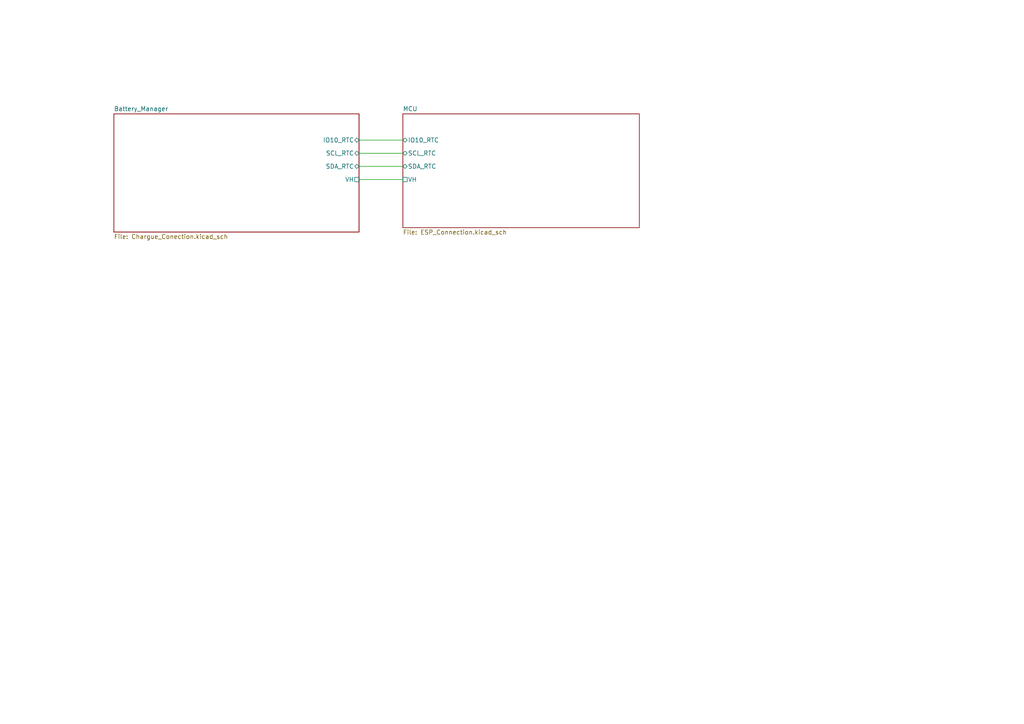
<source format=kicad_sch>
(kicad_sch
	(version 20250114)
	(generator "eeschema")
	(generator_version "9.0")
	(uuid "a11d19fb-adaf-4f3b-a4a7-7109d6eb9817")
	(paper "A4")
	(lib_symbols)
	(wire
		(pts
			(xy 104.14 48.26) (xy 116.84 48.26)
		)
		(stroke
			(width 0)
			(type default)
		)
		(uuid "03d6cd0c-80ee-4984-a161-59dd9b41451c")
	)
	(wire
		(pts
			(xy 104.14 44.45) (xy 116.84 44.45)
		)
		(stroke
			(width 0)
			(type default)
		)
		(uuid "6479a9ac-e773-459d-976a-66a571de0c94")
	)
	(wire
		(pts
			(xy 104.14 40.64) (xy 116.84 40.64)
		)
		(stroke
			(width 0)
			(type default)
		)
		(uuid "e66cfab1-7f06-440d-a3dd-e4b1f96aad74")
	)
	(wire
		(pts
			(xy 104.14 52.07) (xy 116.84 52.07)
		)
		(stroke
			(width 0)
			(type default)
		)
		(uuid "e70a869e-650b-450a-90de-a9982150fafe")
	)
	(sheet
		(at 116.84 33.02)
		(size 68.58 33.02)
		(exclude_from_sim no)
		(in_bom yes)
		(on_board yes)
		(dnp no)
		(fields_autoplaced yes)
		(stroke
			(width 0.1524)
			(type solid)
		)
		(fill
			(color 0 0 0 0.0000)
		)
		(uuid "037e7566-7b48-4418-9eeb-90142a44aaa5")
		(property "Sheetname" "MCU"
			(at 116.84 32.3084 0)
			(effects
				(font
					(size 1.27 1.27)
				)
				(justify left bottom)
			)
		)
		(property "Sheetfile" "ESP_Connection.kicad_sch"
			(at 116.84 66.6246 0)
			(effects
				(font
					(size 1.27 1.27)
				)
				(justify left top)
			)
		)
		(pin "IO10_RTC" bidirectional
			(at 116.84 40.64 180)
			(uuid "5c11a3ea-b22c-4ef3-a7b4-c2d3e43fa6a5")
			(effects
				(font
					(size 1.27 1.27)
				)
				(justify left)
			)
		)
		(pin "SCL_RTC" bidirectional
			(at 116.84 44.45 180)
			(uuid "2e34dfbe-10c1-42ff-9a31-4558c0c9008d")
			(effects
				(font
					(size 1.27 1.27)
				)
				(justify left)
			)
		)
		(pin "SDA_RTC" bidirectional
			(at 116.84 48.26 180)
			(uuid "60d665fa-a07b-4699-abca-41bb5f158f80")
			(effects
				(font
					(size 1.27 1.27)
				)
				(justify left)
			)
		)
		(pin "VH" passive
			(at 116.84 52.07 180)
			(uuid "a0cf15f9-4e34-4cf7-ba5b-3aa4b4294146")
			(effects
				(font
					(size 1.27 1.27)
				)
				(justify left)
			)
		)
		(instances
			(project "Male_project"
				(path "/a11d19fb-adaf-4f3b-a4a7-7109d6eb9817"
					(page "2")
				)
			)
		)
	)
	(sheet
		(at 33.02 33.02)
		(size 71.12 34.29)
		(exclude_from_sim no)
		(in_bom yes)
		(on_board yes)
		(dnp no)
		(fields_autoplaced yes)
		(stroke
			(width 0.1524)
			(type solid)
		)
		(fill
			(color 0 0 0 0.0000)
		)
		(uuid "f90c9c8c-4e28-4587-8bba-54b39e3b93e3")
		(property "Sheetname" "Battery_Manager"
			(at 33.02 32.3084 0)
			(effects
				(font
					(size 1.27 1.27)
				)
				(justify left bottom)
			)
		)
		(property "Sheetfile" "Chargue_Conection.kicad_sch"
			(at 33.02 67.8946 0)
			(effects
				(font
					(size 1.27 1.27)
				)
				(justify left top)
			)
		)
		(pin "IO10_RTC" bidirectional
			(at 104.14 40.64 0)
			(uuid "b34687b1-6122-40a3-85ca-6ac632e2fcdc")
			(effects
				(font
					(size 1.27 1.27)
				)
				(justify right)
			)
		)
		(pin "SCL_RTC" bidirectional
			(at 104.14 44.45 0)
			(uuid "73f3b1a9-6800-4fcb-85f3-5a7ca7558fc3")
			(effects
				(font
					(size 1.27 1.27)
				)
				(justify right)
			)
		)
		(pin "SDA_RTC" bidirectional
			(at 104.14 48.26 0)
			(uuid "6c936be5-1456-4c7a-b97c-63bc11439560")
			(effects
				(font
					(size 1.27 1.27)
				)
				(justify right)
			)
		)
		(pin "VH" passive
			(at 104.14 52.07 0)
			(uuid "a2196b20-6222-40e1-8a41-2ae6f2d90a32")
			(effects
				(font
					(size 1.27 1.27)
				)
				(justify right)
			)
		)
		(instances
			(project "Male_project"
				(path "/a11d19fb-adaf-4f3b-a4a7-7109d6eb9817"
					(page "3")
				)
			)
		)
	)
	(sheet_instances
		(path "/"
			(page "1")
		)
	)
	(embedded_fonts no)
)

</source>
